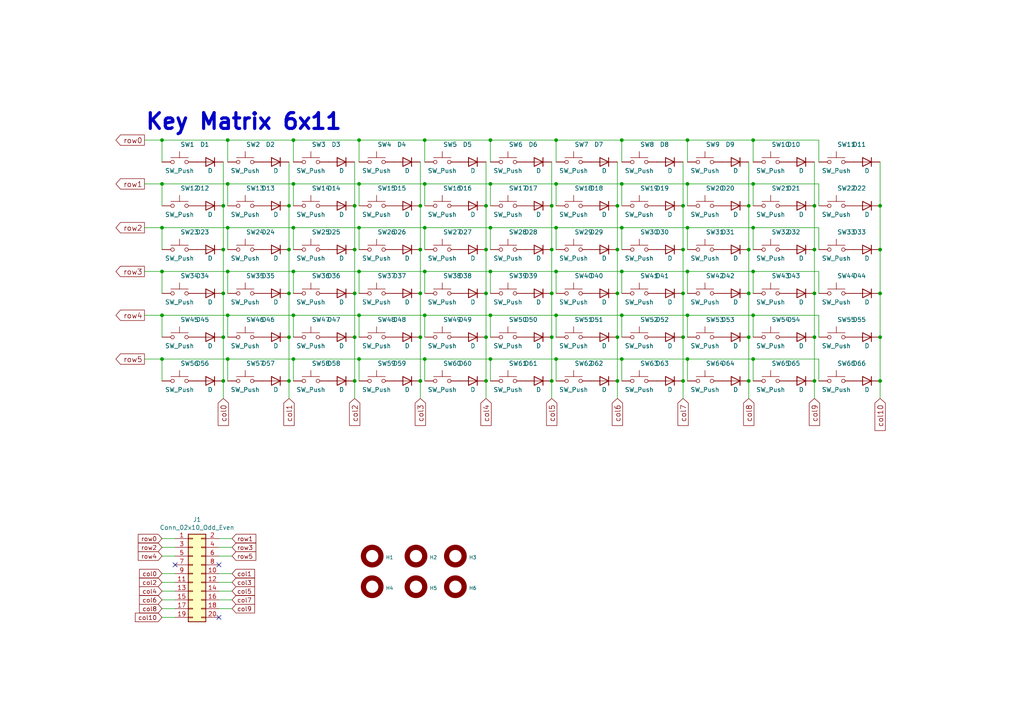
<source format=kicad_sch>
(kicad_sch (version 20211123) (generator eeschema)
  (paper "A4")
  (junction (at 66.04 40.64))
  (junction (at 85.09 78.74))
  (junction (at 46.99 104.14))
  (junction (at 85.09 40.64))
  (junction (at 217.17 110.49))
  (junction (at 123.19 66.04))
  (junction (at 199.39 66.04))
  (junction (at 85.09 53.34))
  (junction (at 160.02 110.49))
  (junction (at 199.39 53.34))
  (junction (at 218.44 66.04))
  (junction (at 102.87 97.79))
  (junction (at 64.77 110.49))
  (junction (at 179.07 97.79))
  (junction (at 121.92 59.69))
  (junction (at 66.04 78.74))
  (junction (at 64.77 85.09))
  (junction (at 198.12 72.39))
  (junction (at 64.77 97.79))
  (junction (at 46.99 53.34))
  (junction (at 121.92 72.39))
  (junction (at 217.17 72.39))
  (junction (at 180.34 53.34))
  (junction (at 255.27 110.49))
  (junction (at 255.27 85.09))
  (junction (at 199.39 40.64))
  (junction (at 85.09 91.44))
  (junction (at 104.14 40.64))
  (junction (at 218.44 104.14))
  (junction (at 121.92 97.79))
  (junction (at 255.27 59.69))
  (junction (at 236.22 110.49))
  (junction (at 142.24 104.14))
  (junction (at 121.92 85.09))
  (junction (at 66.04 66.04))
  (junction (at 85.09 66.04))
  (junction (at 160.02 97.79))
  (junction (at 83.82 97.79))
  (junction (at 64.77 72.39))
  (junction (at 142.24 66.04))
  (junction (at 104.14 104.14))
  (junction (at 66.04 53.34))
  (junction (at 142.24 40.64))
  (junction (at 236.22 85.09))
  (junction (at 83.82 59.69))
  (junction (at 142.24 78.74))
  (junction (at 217.17 59.69))
  (junction (at 83.82 72.39))
  (junction (at 179.07 59.69))
  (junction (at 142.24 53.34))
  (junction (at 161.29 104.14))
  (junction (at 217.17 85.09))
  (junction (at 104.14 53.34))
  (junction (at 160.02 85.09))
  (junction (at 102.87 59.69))
  (junction (at 102.87 85.09))
  (junction (at 198.12 85.09))
  (junction (at 140.97 72.39))
  (junction (at 236.22 97.79))
  (junction (at 140.97 59.69))
  (junction (at 180.34 91.44))
  (junction (at 121.92 110.49))
  (junction (at 161.29 40.64))
  (junction (at 161.29 91.44))
  (junction (at 102.87 72.39))
  (junction (at 123.19 78.74))
  (junction (at 198.12 110.49))
  (junction (at 198.12 97.79))
  (junction (at 199.39 104.14))
  (junction (at 140.97 110.49))
  (junction (at 140.97 85.09))
  (junction (at 180.34 104.14))
  (junction (at 104.14 78.74))
  (junction (at 236.22 59.69))
  (junction (at 218.44 40.64))
  (junction (at 46.99 40.64))
  (junction (at 83.82 85.09))
  (junction (at 46.99 91.44))
  (junction (at 123.19 53.34))
  (junction (at 161.29 78.74))
  (junction (at 66.04 104.14))
  (junction (at 199.39 78.74))
  (junction (at 85.09 104.14))
  (junction (at 179.07 110.49))
  (junction (at 218.44 91.44))
  (junction (at 255.27 97.79))
  (junction (at 123.19 104.14))
  (junction (at 66.04 91.44))
  (junction (at 180.34 78.74))
  (junction (at 46.99 78.74))
  (junction (at 255.27 72.39))
  (junction (at 123.19 40.64))
  (junction (at 140.97 97.79))
  (junction (at 64.77 59.69))
  (junction (at 180.34 66.04))
  (junction (at 179.07 85.09))
  (junction (at 46.99 66.04))
  (junction (at 218.44 53.34))
  (junction (at 217.17 97.79))
  (junction (at 161.29 53.34))
  (junction (at 180.34 40.64))
  (junction (at 160.02 72.39))
  (junction (at 142.24 91.44))
  (junction (at 161.29 66.04))
  (junction (at 160.02 59.69))
  (junction (at 199.39 91.44))
  (junction (at 102.87 110.49))
  (junction (at 104.14 91.44))
  (junction (at 236.22 72.39))
  (junction (at 83.82 110.49))
  (junction (at 104.14 66.04))
  (junction (at 218.44 78.74))
  (junction (at 123.19 91.44))
  (junction (at 198.12 59.69))
  (junction (at 179.07 72.39))
  (no_connect (at 50.8 163.83))
  (no_connect (at 63.5 179.07))
  (no_connect (at 63.5 163.83))
  (wire (pts (xy 237.49 53.34) (xy 237.49 59.69)))
  (wire (pts (xy 142.24 91.44) (xy 161.29 91.44)))
  (wire (pts (xy 46.99 176.53) (xy 50.8 176.53)))
  (wire (pts (xy 104.14 78.74) (xy 104.14 85.09)))
  (wire (pts (xy 104.14 53.34) (xy 104.14 59.69)))
  (wire (pts (xy 64.77 97.79) (xy 64.77 110.49)))
  (wire (pts (xy 140.97 72.39) (xy 140.97 85.09)))
  (wire (pts (xy 102.87 46.99) (xy 102.87 59.69)))
  (wire (pts (xy 123.19 40.64) (xy 123.19 46.99)))
  (wire (pts (xy 46.99 53.34) (xy 66.04 53.34)))
  (wire (pts (xy 104.14 66.04) (xy 104.14 72.39)))
  (wire (pts (xy 161.29 91.44) (xy 180.34 91.44)))
  (wire (pts (xy 123.19 66.04) (xy 142.24 66.04)))
  (wire (pts (xy 199.39 53.34) (xy 218.44 53.34)))
  (wire (pts (xy 217.17 72.39) (xy 217.17 85.09)))
  (wire (pts (xy 198.12 85.09) (xy 198.12 97.79)))
  (wire (pts (xy 85.09 91.44) (xy 104.14 91.44)))
  (wire (pts (xy 85.09 66.04) (xy 104.14 66.04)))
  (wire (pts (xy 104.14 66.04) (xy 123.19 66.04)))
  (wire (pts (xy 161.29 66.04) (xy 161.29 72.39)))
  (wire (pts (xy 198.12 59.69) (xy 198.12 72.39)))
  (wire (pts (xy 102.87 110.49) (xy 102.87 115.57)))
  (wire (pts (xy 85.09 40.64) (xy 85.09 46.99)))
  (wire (pts (xy 218.44 78.74) (xy 237.49 78.74)))
  (wire (pts (xy 46.99 40.64) (xy 46.99 46.99)))
  (wire (pts (xy 46.99 166.37) (xy 50.8 166.37)))
  (wire (pts (xy 41.91 78.74) (xy 46.99 78.74)))
  (wire (pts (xy 66.04 104.14) (xy 66.04 110.49)))
  (wire (pts (xy 46.99 78.74) (xy 66.04 78.74)))
  (wire (pts (xy 46.99 78.74) (xy 46.99 85.09)))
  (wire (pts (xy 179.07 97.79) (xy 179.07 110.49)))
  (wire (pts (xy 83.82 97.79) (xy 83.82 110.49)))
  (wire (pts (xy 142.24 53.34) (xy 161.29 53.34)))
  (wire (pts (xy 85.09 66.04) (xy 85.09 72.39)))
  (wire (pts (xy 199.39 66.04) (xy 199.39 72.39)))
  (wire (pts (xy 63.5 161.29) (xy 67.31 161.29)))
  (wire (pts (xy 46.99 161.29) (xy 50.8 161.29)))
  (wire (pts (xy 140.97 97.79) (xy 140.97 110.49)))
  (wire (pts (xy 123.19 104.14) (xy 123.19 110.49)))
  (wire (pts (xy 160.02 72.39) (xy 160.02 85.09)))
  (wire (pts (xy 160.02 59.69) (xy 160.02 72.39)))
  (wire (pts (xy 66.04 78.74) (xy 85.09 78.74)))
  (wire (pts (xy 236.22 85.09) (xy 236.22 97.79)))
  (wire (pts (xy 121.92 59.69) (xy 121.92 72.39)))
  (wire (pts (xy 142.24 78.74) (xy 161.29 78.74)))
  (wire (pts (xy 142.24 40.64) (xy 142.24 46.99)))
  (wire (pts (xy 237.49 104.14) (xy 237.49 110.49)))
  (wire (pts (xy 46.99 156.21) (xy 50.8 156.21)))
  (wire (pts (xy 64.77 110.49) (xy 64.77 115.57)))
  (wire (pts (xy 199.39 78.74) (xy 199.39 85.09)))
  (wire (pts (xy 218.44 40.64) (xy 237.49 40.64)))
  (wire (pts (xy 123.19 78.74) (xy 142.24 78.74)))
  (wire (pts (xy 161.29 91.44) (xy 161.29 97.79)))
  (wire (pts (xy 66.04 66.04) (xy 85.09 66.04)))
  (wire (pts (xy 160.02 110.49) (xy 160.02 115.57)))
  (wire (pts (xy 142.24 66.04) (xy 161.29 66.04)))
  (wire (pts (xy 63.5 173.99) (xy 67.31 173.99)))
  (wire (pts (xy 199.39 91.44) (xy 199.39 97.79)))
  (wire (pts (xy 161.29 78.74) (xy 161.29 85.09)))
  (wire (pts (xy 198.12 110.49) (xy 198.12 115.57)))
  (wire (pts (xy 198.12 46.99) (xy 198.12 59.69)))
  (wire (pts (xy 218.44 66.04) (xy 218.44 72.39)))
  (wire (pts (xy 237.49 40.64) (xy 237.49 46.99)))
  (wire (pts (xy 63.5 166.37) (xy 67.31 166.37)))
  (wire (pts (xy 142.24 78.74) (xy 142.24 85.09)))
  (wire (pts (xy 236.22 110.49) (xy 236.22 115.57)))
  (wire (pts (xy 83.82 72.39) (xy 83.82 85.09)))
  (wire (pts (xy 218.44 104.14) (xy 218.44 110.49)))
  (wire (pts (xy 46.99 158.75) (xy 50.8 158.75)))
  (wire (pts (xy 46.99 168.91) (xy 50.8 168.91)))
  (wire (pts (xy 237.49 78.74) (xy 237.49 85.09)))
  (wire (pts (xy 66.04 78.74) (xy 66.04 85.09)))
  (wire (pts (xy 161.29 104.14) (xy 161.29 110.49)))
  (wire (pts (xy 104.14 104.14) (xy 123.19 104.14)))
  (wire (pts (xy 218.44 40.64) (xy 218.44 46.99)))
  (wire (pts (xy 46.99 173.99) (xy 50.8 173.99)))
  (wire (pts (xy 64.77 85.09) (xy 64.77 97.79)))
  (wire (pts (xy 236.22 97.79) (xy 236.22 110.49)))
  (wire (pts (xy 41.91 104.14) (xy 46.99 104.14)))
  (wire (pts (xy 41.91 91.44) (xy 46.99 91.44)))
  (wire (pts (xy 255.27 85.09) (xy 255.27 97.79)))
  (wire (pts (xy 142.24 40.64) (xy 161.29 40.64)))
  (wire (pts (xy 41.91 66.04) (xy 46.99 66.04)))
  (wire (pts (xy 140.97 110.49) (xy 140.97 115.57)))
  (wire (pts (xy 64.77 72.39) (xy 64.77 85.09)))
  (wire (pts (xy 123.19 53.34) (xy 123.19 59.69)))
  (wire (pts (xy 104.14 78.74) (xy 123.19 78.74)))
  (wire (pts (xy 123.19 53.34) (xy 142.24 53.34)))
  (wire (pts (xy 180.34 91.44) (xy 199.39 91.44)))
  (wire (pts (xy 142.24 53.34) (xy 142.24 59.69)))
  (wire (pts (xy 83.82 85.09) (xy 83.82 97.79)))
  (wire (pts (xy 66.04 40.64) (xy 66.04 46.99)))
  (wire (pts (xy 161.29 53.34) (xy 180.34 53.34)))
  (wire (pts (xy 218.44 104.14) (xy 237.49 104.14)))
  (wire (pts (xy 104.14 40.64) (xy 123.19 40.64)))
  (wire (pts (xy 218.44 78.74) (xy 218.44 85.09)))
  (wire (pts (xy 218.44 91.44) (xy 218.44 97.79)))
  (wire (pts (xy 64.77 59.69) (xy 64.77 72.39)))
  (wire (pts (xy 255.27 97.79) (xy 255.27 110.49)))
  (wire (pts (xy 104.14 91.44) (xy 123.19 91.44)))
  (wire (pts (xy 237.49 66.04) (xy 237.49 72.39)))
  (wire (pts (xy 180.34 40.64) (xy 180.34 46.99)))
  (wire (pts (xy 218.44 53.34) (xy 237.49 53.34)))
  (wire (pts (xy 180.34 78.74) (xy 180.34 85.09)))
  (wire (pts (xy 218.44 66.04) (xy 237.49 66.04)))
  (wire (pts (xy 218.44 53.34) (xy 218.44 59.69)))
  (wire (pts (xy 123.19 91.44) (xy 142.24 91.44)))
  (wire (pts (xy 161.29 104.14) (xy 180.34 104.14)))
  (wire (pts (xy 199.39 104.14) (xy 218.44 104.14)))
  (wire (pts (xy 46.99 104.14) (xy 46.99 110.49)))
  (wire (pts (xy 46.99 104.14) (xy 66.04 104.14)))
  (wire (pts (xy 66.04 53.34) (xy 66.04 59.69)))
  (wire (pts (xy 102.87 85.09) (xy 102.87 97.79)))
  (wire (pts (xy 142.24 66.04) (xy 142.24 72.39)))
  (wire (pts (xy 85.09 53.34) (xy 85.09 59.69)))
  (wire (pts (xy 140.97 46.99) (xy 140.97 59.69)))
  (wire (pts (xy 121.92 97.79) (xy 121.92 110.49)))
  (wire (pts (xy 236.22 46.99) (xy 236.22 59.69)))
  (wire (pts (xy 180.34 104.14) (xy 180.34 110.49)))
  (wire (pts (xy 123.19 66.04) (xy 123.19 72.39)))
  (wire (pts (xy 46.99 40.64) (xy 66.04 40.64)))
  (wire (pts (xy 140.97 85.09) (xy 140.97 97.79)))
  (wire (pts (xy 217.17 85.09) (xy 217.17 97.79)))
  (wire (pts (xy 66.04 104.14) (xy 85.09 104.14)))
  (wire (pts (xy 217.17 59.69) (xy 217.17 72.39)))
  (wire (pts (xy 180.34 66.04) (xy 180.34 72.39)))
  (wire (pts (xy 63.5 171.45) (xy 67.31 171.45)))
  (wire (pts (xy 217.17 97.79) (xy 217.17 110.49)))
  (wire (pts (xy 102.87 97.79) (xy 102.87 110.49)))
  (wire (pts (xy 142.24 104.14) (xy 142.24 110.49)))
  (wire (pts (xy 66.04 40.64) (xy 85.09 40.64)))
  (wire (pts (xy 66.04 91.44) (xy 85.09 91.44)))
  (wire (pts (xy 121.92 72.39) (xy 121.92 85.09)))
  (wire (pts (xy 160.02 97.79) (xy 160.02 110.49)))
  (wire (pts (xy 85.09 53.34) (xy 104.14 53.34)))
  (wire (pts (xy 64.77 46.99) (xy 64.77 59.69)))
  (wire (pts (xy 63.5 158.75) (xy 67.31 158.75)))
  (wire (pts (xy 255.27 46.99) (xy 255.27 59.69)))
  (wire (pts (xy 63.5 156.21) (xy 67.31 156.21)))
  (wire (pts (xy 63.5 168.91) (xy 67.31 168.91)))
  (wire (pts (xy 180.34 78.74) (xy 199.39 78.74)))
  (wire (pts (xy 236.22 59.69) (xy 236.22 72.39)))
  (wire (pts (xy 255.27 110.49) (xy 255.27 115.57)))
  (wire (pts (xy 83.82 110.49) (xy 83.82 115.57)))
  (wire (pts (xy 121.92 110.49) (xy 121.92 115.57)))
  (wire (pts (xy 83.82 59.69) (xy 83.82 72.39)))
  (wire (pts (xy 140.97 59.69) (xy 140.97 72.39)))
  (wire (pts (xy 46.99 91.44) (xy 46.99 97.79)))
  (wire (pts (xy 85.09 91.44) (xy 85.09 97.79)))
  (wire (pts (xy 123.19 40.64) (xy 142.24 40.64)))
  (wire (pts (xy 236.22 72.39) (xy 236.22 85.09)))
  (wire (pts (xy 217.17 110.49) (xy 217.17 115.57)))
  (wire (pts (xy 179.07 110.49) (xy 179.07 115.57)))
  (wire (pts (xy 46.99 171.45) (xy 50.8 171.45)))
  (wire (pts (xy 198.12 97.79) (xy 198.12 110.49)))
  (wire (pts (xy 161.29 53.34) (xy 161.29 59.69)))
  (wire (pts (xy 161.29 66.04) (xy 180.34 66.04)))
  (wire (pts (xy 66.04 91.44) (xy 66.04 97.79)))
  (wire (pts (xy 66.04 66.04) (xy 66.04 72.39)))
  (wire (pts (xy 180.34 53.34) (xy 199.39 53.34)))
  (wire (pts (xy 121.92 85.09) (xy 121.92 97.79)))
  (wire (pts (xy 161.29 40.64) (xy 161.29 46.99)))
  (wire (pts (xy 179.07 85.09) (xy 179.07 97.79)))
  (wire (pts (xy 160.02 85.09) (xy 160.02 97.79)))
  (wire (pts (xy 123.19 91.44) (xy 123.19 97.79)))
  (wire (pts (xy 199.39 78.74) (xy 218.44 78.74)))
  (wire (pts (xy 180.34 40.64) (xy 199.39 40.64)))
  (wire (pts (xy 41.91 53.34) (xy 46.99 53.34)))
  (wire (pts (xy 217.17 46.99) (xy 217.17 59.69)))
  (wire (pts (xy 218.44 91.44) (xy 237.49 91.44)))
  (wire (pts (xy 85.09 78.74) (xy 85.09 85.09)))
  (wire (pts (xy 142.24 104.14) (xy 161.29 104.14)))
  (wire (pts (xy 199.39 40.64) (xy 218.44 40.64)))
  (wire (pts (xy 46.99 53.34) (xy 46.99 59.69)))
  (wire (pts (xy 85.09 40.64) (xy 104.14 40.64)))
  (wire (pts (xy 255.27 59.69) (xy 255.27 72.39)))
  (wire (pts (xy 85.09 104.14) (xy 85.09 110.49)))
  (wire (pts (xy 199.39 104.14) (xy 199.39 110.49)))
  (wire (pts (xy 46.99 91.44) (xy 66.04 91.44)))
  (wire (pts (xy 50.8 179.07) (xy 46.99 179.07)))
  (wire (pts (xy 104.14 104.14) (xy 104.14 110.49)))
  (wire (pts (xy 161.29 40.64) (xy 180.34 40.64)))
  (wire (pts (xy 179.07 72.39) (xy 179.07 85.09)))
  (wire (pts (xy 180.34 91.44) (xy 180.34 97.79)))
  (wire (pts (xy 255.27 72.39) (xy 255.27 85.09)))
  (wire (pts (xy 180.34 53.34) (xy 180.34 59.69)))
  (wire (pts (xy 85.09 104.14) (xy 104.14 104.14)))
  (wire (pts (xy 123.19 104.14) (xy 142.24 104.14)))
  (wire (pts (xy 46.99 66.04) (xy 46.99 72.39)))
  (wire (pts (xy 123.19 78.74) (xy 123.19 85.09)))
  (wire (pts (xy 142.24 91.44) (xy 142.24 97.79)))
  (wire (pts (xy 237.49 91.44) (xy 237.49 97.79)))
  (wire (pts (xy 83.82 46.99) (xy 83.82 59.69)))
  (wire (pts (xy 199.39 91.44) (xy 218.44 91.44)))
  (wire (pts (xy 46.99 66.04) (xy 66.04 66.04)))
  (wire (pts (xy 63.5 176.53) (xy 67.31 176.53)))
  (wire (pts (xy 66.04 53.34) (xy 85.09 53.34)))
  (wire (pts (xy 104.14 40.64) (xy 104.14 46.99)))
  (wire (pts (xy 179.07 46.99) (xy 179.07 59.69)))
  (wire (pts (xy 199.39 40.64) (xy 199.39 46.99)))
  (wire (pts (xy 160.02 46.99) (xy 160.02 59.69)))
  (wire (pts (xy 102.87 72.39) (xy 102.87 85.09)))
  (wire (pts (xy 121.92 46.99) (xy 121.92 59.69)))
  (wire (pts (xy 85.09 78.74) (xy 104.14 78.74)))
  (wire (pts (xy 199.39 66.04) (xy 218.44 66.04)))
  (wire (pts (xy 180.34 104.14) (xy 199.39 104.14)))
  (wire (pts (xy 198.12 72.39) (xy 198.12 85.09)))
  (wire (pts (xy 179.07 59.69) (xy 179.07 72.39)))
  (wire (pts (xy 180.34 66.04) (xy 199.39 66.04)))
  (wire (pts (xy 41.91 40.64) (xy 46.99 40.64)))
  (wire (pts (xy 102.87 59.69) (xy 102.87 72.39)))
  (wire (pts (xy 104.14 53.34) (xy 123.19 53.34)))
  (wire (pts (xy 161.29 78.74) (xy 180.34 78.74)))
  (wire (pts (xy 104.14 91.44) (xy 104.14 97.79)))
  (wire (pts (xy 199.39 53.34) (xy 199.39 59.69)))
  (text "Key Matrix 6x11" (at 41.91 38.1 0) (effects (font (size 4.572 4.572) (thickness 0.9144) bold) (justify left bottom)))
  (global_label "row0" (shape output) (at 41.91 40.64 180) (effects (font (size 1.524 1.524))) (property "Intersheetrefs" "${INTERSHEET_REFS}" (effects hide)))
  (global_label "row4" (shape input) (at 46.99 161.29 180) (property "Intersheetrefs" "${INTERSHEET_REFS}" (effects hide)))
  (global_label "row4" (shape output) (at 41.91 91.44 180) (effects (font (size 1.524 1.524))) (property "Intersheetrefs" "${INTERSHEET_REFS}" (effects hide)))
  (global_label "col10" (shape input) (at 46.99 179.07 180) (property "Intersheetrefs" "${INTERSHEET_REFS}" (effects hide)))
  (global_label "row5" (shape output) (at 41.91 104.14 180) (effects (font (size 1.524 1.524))) (property "Intersheetrefs" "${INTERSHEET_REFS}" (effects hide)))
  (global_label "col4" (shape input) (at 46.99 171.45 180) (property "Intersheetrefs" "${INTERSHEET_REFS}" (effects hide)))
  (global_label "col7" (shape input) (at 67.31 173.99 0) (property "Intersheetrefs" "${INTERSHEET_REFS}" (effects hide)))
  (global_label "col2" (shape input) (at 102.87 115.57 270) (effects (font (size 1.524 1.524))) (property "Intersheetrefs" "${INTERSHEET_REFS}" (effects hide)))
  (global_label "row3" (shape input) (at 67.31 158.75 0) (property "Intersheetrefs" "${INTERSHEET_REFS}" (effects hide)))
  (global_label "col6" (shape input) (at 46.99 173.99 180) (property "Intersheetrefs" "${INTERSHEET_REFS}" (effects hide)))
  (global_label "col0" (shape input) (at 46.99 166.37 180) (property "Intersheetrefs" "${INTERSHEET_REFS}" (effects hide)))
  (global_label "col1" (shape input) (at 67.31 166.37 0) (property "Intersheetrefs" "${INTERSHEET_REFS}" (effects hide)))
  (global_label "col3" (shape input) (at 67.31 168.91 0) (property "Intersheetrefs" "${INTERSHEET_REFS}" (effects hide)))
  (global_label "col8" (shape input) (at 46.99 176.53 180) (property "Intersheetrefs" "${INTERSHEET_REFS}" (effects hide)))
  (global_label "row2" (shape input) (at 46.99 158.75 180) (property "Intersheetrefs" "${INTERSHEET_REFS}" (effects hide)))
  (global_label "col1" (shape input) (at 83.82 115.57 270) (effects (font (size 1.524 1.524))) (property "Intersheetrefs" "${INTERSHEET_REFS}" (effects hide)))
  (global_label "row2" (shape output) (at 41.91 66.04 180) (effects (font (size 1.524 1.524))) (property "Intersheetrefs" "${INTERSHEET_REFS}" (effects hide)))
  (global_label "col9" (shape input) (at 67.31 176.53 0) (property "Intersheetrefs" "${INTERSHEET_REFS}" (effects hide)))
  (global_label "row1" (shape input) (at 67.31 156.21 0) (property "Intersheetrefs" "${INTERSHEET_REFS}" (effects hide)))
  (global_label "col2" (shape input) (at 46.99 168.91 180) (property "Intersheetrefs" "${INTERSHEET_REFS}" (effects hide)))
  (global_label "col8" (shape input) (at 217.17 115.57 270) (effects (font (size 1.524 1.524))) (property "Intersheetrefs" "${INTERSHEET_REFS}" (effects hide)))
  (global_label "col5" (shape input) (at 67.31 171.45 0) (property "Intersheetrefs" "${INTERSHEET_REFS}" (effects hide)))
  (global_label "col5" (shape input) (at 160.02 115.57 270) (effects (font (size 1.524 1.524))) (property "Intersheetrefs" "${INTERSHEET_REFS}" (effects hide)))
  (global_label "row0" (shape input) (at 46.99 156.21 180) (property "Intersheetrefs" "${INTERSHEET_REFS}" (effects hide)))
  (global_label "col9" (shape input) (at 236.22 115.57 270) (effects (font (size 1.524 1.524))) (property "Intersheetrefs" "${INTERSHEET_REFS}" (effects hide)))
  (global_label "col3" (shape input) (at 121.92 115.57 270) (effects (font (size 1.524 1.524))) (property "Intersheetrefs" "${INTERSHEET_REFS}" (effects hide)))
  (global_label "col6" (shape input) (at 179.07 115.57 270) (effects (font (size 1.524 1.524))) (property "Intersheetrefs" "${INTERSHEET_REFS}" (effects hide)))
  (global_label "col7" (shape input) (at 198.12 115.57 270) (effects (font (size 1.524 1.524))) (property "Intersheetrefs" "${INTERSHEET_REFS}" (effects hide)))
  (global_label "row3" (shape output) (at 41.91 78.74 180) (effects (font (size 1.524 1.524))) (property "Intersheetrefs" "${INTERSHEET_REFS}" (effects hide)))
  (global_label "col4" (shape input) (at 140.97 115.57 270) (effects (font (size 1.524 1.524))) (property "Intersheetrefs" "${INTERSHEET_REFS}" (effects hide)))
  (global_label "col0" (shape input) (at 64.77 115.57 270) (effects (font (size 1.524 1.524))) (property "Intersheetrefs" "${INTERSHEET_REFS}" (effects hide)))
  (global_label "row5" (shape input) (at 67.31 161.29 0) (property "Intersheetrefs" "${INTERSHEET_REFS}" (effects hide)))
  (global_label "row1" (shape output) (at 41.91 53.34 180) (effects (font (size 1.524 1.524))) (property "Intersheetrefs" "${INTERSHEET_REFS}" (effects hide)))
  (global_label "col10" (shape input) (at 255.27 115.57 270) (effects (font (size 1.524 1.524))) (property "Intersheetrefs" "${INTERSHEET_REFS}" (effects hide)))
  (symbol (lib_id "dresco:SW_Push") (at 52.07 46.99 0) (unit 1)
    (property "Reference" "SW1" (at 52.324 41.91 0) (effects (justify left)))
    (property "Value" "SW_Push" (at 52.07 49.53 0))
    (property "Footprint" "dresco:SW_PUSH_12MM" (effects hide))
  )
  (symbol (lib_id "dresco:D") (at 60.96 46.99 0) (mirror y) (unit 1)
    (property "Reference" "D1" (at 60.706 41.91 0) (effects (justify left)))
    (property "Value" "D" (at 60.96 49.53 0))
    (property "Footprint" "dresco:D_SOD-323" (effects hide))
  )
  (symbol (lib_id "dresco:SW_Push") (at 71.12 46.99 0) (unit 1)
    (property "Reference" "SW2" (at 71.374 41.91 0) (effects (justify left)))
    (property "Value" "SW_Push" (at 71.12 49.53 0))
    (property "Footprint" "dresco:SW_PUSH_12MM" (effects hide))
  )
  (symbol (lib_id "dresco:D") (at 80.01 46.99 0) (mirror y) (unit 1)
    (property "Reference" "D2" (at 79.756 41.91 0) (effects (justify left)))
    (property "Value" "D" (at 80.01 49.53 0))
    (property "Footprint" "dresco:D_SOD-323" (effects hide))
  )
  (symbol (lib_id "dresco:SW_Push") (at 90.17 46.99 0) (unit 1)
    (property "Reference" "SW3" (at 90.424 41.91 0) (effects (justify left)))
    (property "Value" "SW_Push" (at 90.17 49.53 0))
    (property "Footprint" "dresco:SW_PUSH_12MM" (effects hide))
  )
  (symbol (lib_id "dresco:D") (at 99.06 46.99 0) (mirror y) (unit 1)
    (property "Reference" "D3" (at 98.806 41.91 0) (effects (justify left)))
    (property "Value" "D" (at 99.06 49.53 0))
    (property "Footprint" "dresco:D_SOD-323" (effects hide))
  )
  (symbol (lib_id "dresco:SW_Push") (at 109.22 46.99 0) (unit 1)
    (property "Reference" "SW4" (at 109.474 41.91 0) (effects (justify left)))
    (property "Value" "SW_Push" (at 109.22 49.53 0))
    (property "Footprint" "dresco:SW_PUSH_12MM" (effects hide))
  )
  (symbol (lib_id "dresco:D") (at 118.11 46.99 0) (mirror y) (unit 1)
    (property "Reference" "D4" (at 117.856 41.91 0) (effects (justify left)))
    (property "Value" "D" (at 118.11 49.53 0))
    (property "Footprint" "dresco:D_SOD-323" (effects hide))
  )
  (symbol (lib_id "dresco:SW_Push") (at 128.27 46.99 0) (unit 1)
    (property "Reference" "SW5" (at 128.524 41.91 0) (effects (justify left)))
    (property "Value" "SW_Push" (at 128.27 49.53 0))
    (property "Footprint" "dresco:SW_PUSH_12MM" (effects hide))
  )
  (symbol (lib_id "dresco:D") (at 137.16 46.99 0) (mirror y) (unit 1)
    (property "Reference" "D5" (at 136.906 41.91 0) (effects (justify left)))
    (property "Value" "D" (at 137.16 49.53 0))
    (property "Footprint" "dresco:D_SOD-323" (effects hide))
  )
  (symbol (lib_id "dresco:SW_Push") (at 147.32 46.99 0) (unit 1)
    (property "Reference" "SW6" (at 147.574 41.91 0) (effects (justify left)))
    (property "Value" "SW_Push" (at 147.32 49.53 0))
    (property "Footprint" "dresco:SW_PUSH_12MM" (effects hide))
  )
  (symbol (lib_id "dresco:D") (at 156.21 46.99 0) (mirror y) (unit 1)
    (property "Reference" "D6" (at 155.956 41.91 0) (effects (justify left)))
    (property "Value" "D" (at 156.21 49.53 0))
    (property "Footprint" "dresco:D_SOD-323" (effects hide))
  )
  (symbol (lib_id "dresco:SW_Push") (at 166.37 46.99 0) (unit 1)
    (property "Reference" "SW7" (at 166.624 41.91 0) (effects (justify left)))
    (property "Value" "SW_Push" (at 166.37 49.53 0))
    (property "Footprint" "dresco:SW_PUSH_12MM" (effects hide))
  )
  (symbol (lib_id "dresco:D") (at 175.26 46.99 0) (mirror y) (unit 1)
    (property "Reference" "D7" (at 175.006 41.91 0) (effects (justify left)))
    (property "Value" "D" (at 175.26 49.53 0))
    (property "Footprint" "dresco:D_SOD-323" (effects hide))
  )
  (symbol (lib_id "dresco:SW_Push") (at 185.42 46.99 0) (unit 1)
    (property "Reference" "SW8" (at 185.674 41.91 0) (effects (justify left)))
    (property "Value" "SW_Push" (at 185.42 49.53 0))
    (property "Footprint" "dresco:SW_PUSH_12MM" (effects hide))
  )
  (symbol (lib_id "dresco:D") (at 194.31 46.99 0) (mirror y) (unit 1)
    (property "Reference" "D8" (at 194.056 41.91 0) (effects (justify left)))
    (property "Value" "D" (at 194.31 49.53 0))
    (property "Footprint" "dresco:D_SOD-323" (effects hide))
  )
  (symbol (lib_id "dresco:SW_Push") (at 204.47 46.99 0) (unit 1)
    (property "Reference" "SW9" (at 204.724 41.91 0) (effects (justify left)))
    (property "Value" "SW_Push" (at 204.47 49.53 0))
    (property "Footprint" "dresco:SW_PUSH_12MM" (effects hide))
  )
  (symbol (lib_id "dresco:D") (at 213.36 46.99 0) (mirror y) (unit 1)
    (property "Reference" "D9" (at 213.106 41.91 0) (effects (justify left)))
    (property "Value" "D" (at 213.36 49.53 0))
    (property "Footprint" "dresco:D_SOD-323" (effects hide))
  )
  (symbol (lib_id "dresco:SW_Push") (at 223.52 46.99 0) (unit 1)
    (property "Reference" "SW10" (at 223.774 41.91 0) (effects (justify left)))
    (property "Value" "SW_Push" (at 223.52 49.53 0))
    (property "Footprint" "dresco:SW_PUSH_12MM" (effects hide))
  )
  (symbol (lib_id "dresco:D") (at 232.41 46.99 0) (mirror y) (unit 1)
    (property "Reference" "D10" (at 232.156 41.91 0) (effects (justify left)))
    (property "Value" "D" (at 232.41 49.53 0))
    (property "Footprint" "dresco:D_SOD-323" (effects hide))
  )
  (symbol (lib_id "dresco:SW_Push") (at 242.57 46.99 0) (unit 1)
    (property "Reference" "SW11" (at 242.824 41.91 0) (effects (justify left)))
    (property "Value" "SW_Push" (at 242.57 49.53 0))
    (property "Footprint" "dresco:SCREW_TERMINAL_3.5MM_X2" (effects hide))
  )
  (symbol (lib_id "dresco:D") (at 251.46 46.99 0) (mirror y) (unit 1)
    (property "Reference" "D11" (at 251.206 41.91 0) (effects (justify left)))
    (property "Value" "D" (at 251.46 49.53 0))
    (property "Footprint" "dresco:D_SOD-323" (effects hide))
  )
  (symbol (lib_id "dresco:SW_Push") (at 52.07 59.69 0) (unit 1)
    (property "Reference" "SW12" (at 52.324 54.61 0) (effects (justify left)))
    (property "Value" "SW_Push" (at 52.07 62.23 0))
    (property "Footprint" "dresco:SW_PUSH_12MM" (effects hide))
  )
  (symbol (lib_id "dresco:D") (at 60.96 59.69 0) (mirror y) (unit 1)
    (property "Reference" "D12" (at 60.706 54.61 0) (effects (justify left)))
    (property "Value" "D" (at 60.96 62.23 0))
    (property "Footprint" "dresco:D_SOD-323" (effects hide))
  )
  (symbol (lib_id "dresco:SW_Push") (at 71.12 59.69 0) (unit 1)
    (property "Reference" "SW13" (at 71.374 54.61 0) (effects (justify left)))
    (property "Value" "SW_Push" (at 71.12 62.23 0))
    (property "Footprint" "dresco:SW_PUSH_12MM" (effects hide))
  )
  (symbol (lib_id "dresco:D") (at 80.01 59.69 0) (mirror y) (unit 1)
    (property "Reference" "D13" (at 79.756 54.61 0) (effects (justify left)))
    (property "Value" "D" (at 80.01 62.23 0))
    (property "Footprint" "dresco:D_SOD-323" (effects hide))
  )
  (symbol (lib_id "dresco:SW_Push") (at 90.17 59.69 0) (unit 1)
    (property "Reference" "SW14" (at 90.424 54.61 0) (effects (justify left)))
    (property "Value" "SW_Push" (at 90.17 62.23 0))
    (property "Footprint" "dresco:SW_PUSH_12MM" (effects hide))
  )
  (symbol (lib_id "dresco:D") (at 99.06 59.69 0) (mirror y) (unit 1)
    (property "Reference" "D14" (at 98.806 54.61 0) (effects (justify left)))
    (property "Value" "D" (at 99.06 62.23 0))
    (property "Footprint" "dresco:D_SOD-323" (effects hide))
  )
  (symbol (lib_id "dresco:SW_Push") (at 109.22 59.69 0) (unit 1)
    (property "Reference" "SW15" (at 109.474 54.61 0) (effects (justify left)))
    (property "Value" "SW_Push" (at 109.22 62.23 0))
    (property "Footprint" "dresco:SW_PUSH_12MM" (effects hide))
  )
  (symbol (lib_id "dresco:D") (at 118.11 59.69 0) (mirror y) (unit 1)
    (property "Reference" "D15" (at 117.856 54.61 0) (effects (justify left)))
    (property "Value" "D" (at 118.11 62.23 0))
    (property "Footprint" "dresco:D_SOD-323" (effects hide))
  )
  (symbol (lib_id "dresco:SW_Push") (at 128.27 59.69 0) (unit 1)
    (property "Reference" "SW16" (at 128.524 54.61 0) (effects (justify left)))
    (property "Value" "SW_Push" (at 128.27 62.23 0))
    (property "Footprint" "dresco:SW_PUSH_12MM" (effects hide))
  )
  (symbol (lib_id "dresco:D") (at 137.16 59.69 0) (mirror y) (unit 1)
    (property "Reference" "D16" (at 136.906 54.61 0) (effects (justify left)))
    (property "Value" "D" (at 137.16 62.23 0))
    (property "Footprint" "dresco:D_SOD-323" (effects hide))
  )
  (symbol (lib_id "dresco:SW_Push") (at 147.32 59.69 0) (unit 1)
    (property "Reference" "SW17" (at 147.574 54.61 0) (effects (justify left)))
    (property "Value" "SW_Push" (at 147.32 62.23 0))
    (property "Footprint" "dresco:SW_PUSH_12MM" (effects hide))
  )
  (symbol (lib_id "dresco:D") (at 156.21 59.69 0) (mirror y) (unit 1)
    (property "Reference" "D17" (at 155.956 54.61 0) (effects (justify left)))
    (property "Value" "D" (at 156.21 62.23 0))
    (property "Footprint" "dresco:D_SOD-323" (effects hide))
  )
  (symbol (lib_id "dresco:SW_Push") (at 166.37 59.69 0) (unit 1)
    (property "Reference" "SW18" (at 166.624 54.61 0) (effects (justify left)))
    (property "Value" "SW_Push" (at 166.37 62.23 0))
    (property "Footprint" "dresco:SW_PUSH_12MM" (effects hide))
  )
  (symbol (lib_id "dresco:D") (at 175.26 59.69 0) (mirror y) (unit 1)
    (property "Reference" "D18" (at 175.006 54.61 0) (effects (justify left)))
    (property "Value" "D" (at 175.26 62.23 0))
    (property "Footprint" "dresco:D_SOD-323" (effects hide))
  )
  (symbol (lib_id "dresco:SW_Push") (at 185.42 59.69 0) (unit 1)
    (property "Reference" "SW19" (at 185.674 54.61 0) (effects (justify left)))
    (property "Value" "SW_Push" (at 185.42 62.23 0))
    (property "Footprint" "dresco:SW_PUSH_12MM" (effects hide))
  )
  (symbol (lib_id "dresco:D") (at 194.31 59.69 0) (mirror y) (unit 1)
    (property "Reference" "D19" (at 194.056 54.61 0) (effects (justify left)))
    (property "Value" "D" (at 194.31 62.23 0))
    (property "Footprint" "dresco:D_SOD-323" (effects hide))
  )
  (symbol (lib_id "dresco:SW_Push") (at 204.47 59.69 0) (unit 1)
    (property "Reference" "SW20" (at 204.724 54.61 0) (effects (justify left)))
    (property "Value" "SW_Push" (at 204.47 62.23 0))
    (property "Footprint" "dresco:SW_PUSH_12MM" (effects hide))
  )
  (symbol (lib_id "dresco:D") (at 213.36 59.69 0) (mirror y) (unit 1)
    (property "Reference" "D20" (at 213.106 54.61 0) (effects (justify left)))
    (property "Value" "D" (at 213.36 62.23 0))
    (property "Footprint" "dresco:D_SOD-323" (effects hide))
  )
  (symbol (lib_id "dresco:SW_Push") (at 223.52 59.69 0) (unit 1)
    (property "Reference" "SW21" (at 223.774 54.61 0) (effects (justify left)))
    (property "Value" "SW_Push" (at 223.52 62.23 0))
    (property "Footprint" "dresco:SW_PUSH_12MM" (effects hide))
  )
  (symbol (lib_id "dresco:D") (at 232.41 59.69 0) (mirror y) (unit 1)
    (property "Reference" "D21" (at 232.156 54.61 0) (effects (justify left)))
    (property "Value" "D" (at 232.41 62.23 0))
    (property "Footprint" "dresco:D_SOD-323" (effects hide))
  )
  (symbol (lib_id "dresco:SW_Push") (at 242.57 59.69 0) (unit 1)
    (property "Reference" "SW22" (at 242.824 54.61 0) (effects (justify left)))
    (property "Value" "SW_Push" (at 242.57 62.23 0))
    (property "Footprint" "dresco:SCREW_TERMINAL_3.5MM_X2" (effects hide))
  )
  (symbol (lib_id "dresco:D") (at 251.46 59.69 0) (mirror y) (unit 1)
    (property "Reference" "D22" (at 251.206 54.61 0) (effects (justify left)))
    (property "Value" "D" (at 251.46 62.23 0))
    (property "Footprint" "dresco:D_SOD-323" (effects hide))
  )
  (symbol (lib_id "dresco:SW_Push") (at 52.07 72.39 0) (unit 1)
    (property "Reference" "SW23" (at 52.324 67.31 0) (effects (justify left)))
    (property "Value" "SW_Push" (at 52.07 74.93 0))
    (property "Footprint" "dresco:SW_PUSH_12MM" (effects hide))
  )
  (symbol (lib_id "dresco:D") (at 60.96 72.39 0) (mirror y) (unit 1)
    (property "Reference" "D23" (at 60.706 67.31 0) (effects (justify left)))
    (property "Value" "D" (at 60.96 74.93 0))
    (property "Footprint" "dresco:D_SOD-323" (effects hide))
  )
  (symbol (lib_id "dresco:SW_Push") (at 71.12 72.39 0) (unit 1)
    (property "Reference" "SW24" (at 71.374 67.31 0) (effects (justify left)))
    (property "Value" "SW_Push" (at 71.12 74.93 0))
    (property "Footprint" "dresco:SW_PUSH_12MM" (effects hide))
  )
  (symbol (lib_id "dresco:D") (at 80.01 72.39 0) (mirror y) (unit 1)
    (property "Reference" "D24" (at 79.756 67.31 0) (effects (justify left)))
    (property "Value" "D" (at 80.01 74.93 0))
    (property "Footprint" "dresco:D_SOD-323" (effects hide))
  )
  (symbol (lib_id "dresco:SW_Push") (at 90.17 72.39 0) (unit 1)
    (property "Reference" "SW25" (at 90.424 67.31 0) (effects (justify left)))
    (property "Value" "SW_Push" (at 90.17 74.93 0))
    (property "Footprint" "dresco:SW_PUSH_12MM" (effects hide))
  )
  (symbol (lib_id "dresco:D") (at 99.06 72.39 0) (mirror y) (unit 1)
    (property "Reference" "D25" (at 98.806 67.31 0) (effects (justify left)))
    (property "Value" "D" (at 99.06 74.93 0))
    (property "Footprint" "dresco:D_SOD-323" (effects hide))
  )
  (symbol (lib_id "dresco:SW_Push") (at 109.22 72.39 0) (unit 1)
    (property "Reference" "SW26" (at 109.474 67.31 0) (effects (justify left)))
    (property "Value" "SW_Push" (at 109.22 74.93 0))
    (property "Footprint" "dresco:SW_PUSH_12MM" (effects hide))
  )
  (symbol (lib_id "dresco:D") (at 118.11 72.39 0) (mirror y) (unit 1)
    (property "Reference" "D26" (at 117.856 67.31 0) (effects (justify left)))
    (property "Value" "D" (at 118.11 74.93 0))
    (property "Footprint" "dresco:D_SOD-323" (effects hide))
  )
  (symbol (lib_id "dresco:SW_Push") (at 128.27 72.39 0) (unit 1)
    (property "Reference" "SW27" (at 128.524 67.31 0) (effects (justify left)))
    (property "Value" "SW_Push" (at 128.27 74.93 0))
    (property "Footprint" "dresco:SW_PUSH_12MM" (effects hide))
  )
  (symbol (lib_id "dresco:D") (at 137.16 72.39 0) (mirror y) (unit 1)
    (property "Reference" "D27" (at 136.906 67.31 0) (effects (justify left)))
    (property "Value" "D" (at 137.16 74.93 0))
    (property "Footprint" "dresco:D_SOD-323" (effects hide))
  )
  (symbol (lib_id "dresco:SW_Push") (at 147.32 72.39 0) (unit 1)
    (property "Reference" "SW28" (at 147.574 67.31 0) (effects (justify left)))
    (property "Value" "SW_Push" (at 147.32 74.93 0))
    (property "Footprint" "dresco:SW_PUSH_12MM" (effects hide))
  )
  (symbol (lib_id "dresco:D") (at 156.21 72.39 0) (mirror y) (unit 1)
    (property "Reference" "D28" (at 155.956 67.31 0) (effects (justify left)))
    (property "Value" "D" (at 156.21 74.93 0))
    (property "Footprint" "dresco:D_SOD-323" (effects hide))
  )
  (symbol (lib_id "dresco:SW_Push") (at 166.37 72.39 0) (unit 1)
    (property "Reference" "SW29" (at 166.624 67.31 0) (effects (justify left)))
    (property "Value" "SW_Push" (at 166.37 74.93 0))
    (property "Footprint" "dresco:SW_PUSH_12MM" (effects hide))
  )
  (symbol (lib_id "dresco:D") (at 175.26 72.39 0) (mirror y) (unit 1)
    (property "Reference" "D29" (at 175.006 67.31 0) (effects (justify left)))
    (property "Value" "D" (at 175.26 74.93 0))
    (property "Footprint" "dresco:D_SOD-323" (effects hide))
  )
  (symbol (lib_id "dresco:SW_Push") (at 185.42 72.39 0) (unit 1)
    (property "Reference" "SW30" (at 185.674 67.31 0) (effects (justify left)))
    (property "Value" "SW_Push" (at 185.42 74.93 0))
    (property "Footprint" "dresco:SW_PUSH_12MM" (effects hide))
  )
  (symbol (lib_id "dresco:D") (at 194.31 72.39 0) (mirror y) (unit 1)
    (property "Reference" "D30" (at 194.056 67.31 0) (effects (justify left)))
    (property "Value" "D" (at 194.31 74.93 0))
    (property "Footprint" "dresco:D_SOD-323" (effects hide))
  )
  (symbol (lib_id "dresco:SW_Push") (at 204.47 72.39 0) (unit 1)
    (property "Reference" "SW31" (at 204.724 67.31 0) (effects (justify left)))
    (property "Value" "SW_Push" (at 204.47 74.93 0))
    (property "Footprint" "dresco:SW_PUSH_12MM" (effects hide))
  )
  (symbol (lib_id "dresco:D") (at 213.36 72.39 0) (mirror y) (unit 1)
    (property "Reference" "D31" (at 213.106 67.31 0) (effects (justify left)))
    (property "Value" "D" (at 213.36 74.93 0))
    (property "Footprint" "dresco:D_SOD-323" (effects hide))
  )
  (symbol (lib_id "dresco:SW_Push") (at 223.52 72.39 0) (unit 1)
    (property "Reference" "SW32" (at 223.774 67.31 0) (effects (justify left)))
    (property "Value" "SW_Push" (at 223.52 74.93 0))
    (property "Footprint" "dresco:SW_PUSH_12MM" (effects hide))
  )
  (symbol (lib_id "dresco:D") (at 232.41 72.39 0) (mirror y) (unit 1)
    (property "Reference" "D32" (at 232.156 67.31 0) (effects (justify left)))
    (property "Value" "D" (at 232.41 74.93 0))
    (property "Footprint" "dresco:D_SOD-323" (effects hide))
  )
  (symbol (lib_id "dresco:SW_Push") (at 242.57 72.39 0) (unit 1)
    (property "Reference" "SW33" (at 242.824 67.31 0) (effects (justify left)))
    (property "Value" "SW_Push" (at 242.57 74.93 0))
    (property "Footprint" "dresco:SCREW_TERMINAL_3.5MM_X2" (effects hide))
  )
  (symbol (lib_id "dresco:D") (at 251.46 72.39 0) (mirror y) (unit 1)
    (property "Reference" "D33" (at 251.206 67.31 0) (effects (justify left)))
    (property "Value" "D" (at 251.46 74.93 0))
    (property "Footprint" "dresco:D_SOD-323" (effects hide))
  )
  (symbol (lib_id "dresco:SW_Push") (at 52.07 85.09 0) (unit 1)
    (property "Reference" "SW34" (at 52.324 80.01 0) (effects (justify left)))
    (property "Value" "SW_Push" (at 52.07 87.63 0))
    (property "Footprint" "dresco:SW_PUSH_12MM" (effects hide))
  )
  (symbol (lib_id "dresco:D") (at 60.96 85.09 0) (mirror y) (unit 1)
    (property "Reference" "D34" (at 60.706 80.01 0) (effects (justify left)))
    (property "Value" "D" (at 60.96 87.63 0))
    (property "Footprint" "dresco:D_SOD-323" (effects hide))
  )
  (symbol (lib_id "dresco:SW_Push") (at 71.12 85.09 0) (unit 1)
    (property "Reference" "SW35" (at 71.374 80.01 0) (effects (justify left)))
    (property "Value" "SW_Push" (at 71.12 87.63 0))
    (property "Footprint" "dresco:SW_PUSH_12MM" (effects hide))
  )
  (symbol (lib_id "dresco:D") (at 80.01 85.09 0) (mirror y) (unit 1)
    (property "Reference" "D35" (at 79.756 80.01 0) (effects (justify left)))
    (property "Value" "D" (at 80.01 87.63 0))
    (property "Footprint" "dresco:D_SOD-323" (effects hide))
  )
  (symbol (lib_id "dresco:SW_Push") (at 90.17 85.09 0) (unit 1)
    (property "Reference" "SW36" (at 90.424 80.01 0) (effects (justify left)))
    (property "Value" "SW_Push" (at 90.17 87.63 0))
    (property "Footprint" "dresco:SW_PUSH_12MM" (effects hide))
  )
  (symbol (lib_id "dresco:D") (at 99.06 85.09 0) (mirror y) (unit 1)
    (property "Reference" "D36" (at 98.806 80.01 0) (effects (justify left)))
    (property "Value" "D" (at 99.06 87.63 0))
    (property "Footprint" "dresco:D_SOD-323" (effects hide))
  )
  (symbol (lib_id "dresco:SW_Push") (at 109.22 85.09 0) (unit 1)
    (property "Reference" "SW37" (at 109.474 80.01 0) (effects (justify left)))
    (property "Value" "SW_Push" (at 109.22 87.63 0))
    (property "Footprint" "dresco:SW_PUSH_12MM" (effects hide))
  )
  (symbol (lib_id "dresco:D") (at 118.11 85.09 0) (mirror y) (unit 1)
    (property "Reference" "D37" (at 117.856 80.01 0) (effects (justify left)))
    (property "Value" "D" (at 118.11 87.63 0))
    (property "Footprint" "dresco:D_SOD-323" (effects hide))
  )
  (symbol (lib_id "dresco:SW_Push") (at 128.27 85.09 0) (unit 1)
    (property "Reference" "SW38" (at 128.524 80.01 0) (effects (justify left)))
    (property "Value" "SW_Push" (at 128.27 87.63 0))
    (property "Footprint" "dresco:SW_PUSH_12MM" (effects hide))
  )
  (symbol (lib_id "dresco:D") (at 137.16 85.09 0) (mirror y) (unit 1)
    (property "Reference" "D38" (at 136.906 80.01 0) (effects (justify left)))
    (property "Value" "D" (at 137.16 87.63 0))
    (property "Footprint" "dresco:D_SOD-323" (effects hide))
  )
  (symbol (lib_id "dresco:SW_Push") (at 147.32 85.09 0) (unit 1)
    (property "Reference" "SW39" (at 147.574 80.01 0) (effects (justify left)))
    (property "Value" "SW_Push" (at 147.32 87.63 0))
    (property "Footprint" "dresco:SW_PUSH_12MM" (effects hide))
  )
  (symbol (lib_id "dresco:D") (at 156.21 85.09 0) (mirror y) (unit 1)
    (property "Reference" "D39" (at 155.956 80.01 0) (effects (justify left)))
    (property "Value" "D" (at 156.21 87.63 0))
    (property "Footprint" "dresco:D_SOD-323" (effects hide))
  )
  (symbol (lib_id "dresco:SW_Push") (at 166.37 85.09 0) (unit 1)
    (property "Reference" "SW40" (at 166.624 80.01 0) (effects (justify left)))
    (property "Value" "SW_Push" (at 166.37 87.63 0))
    (property "Footprint" "dresco:SW_PUSH_12MM" (effects hide))
  )
  (symbol (lib_id "dresco:D") (at 175.26 85.09 0) (mirror y) (unit 1)
    (property "Reference" "D40" (at 175.006 80.01 0) (effects (justify left)))
    (property "Value" "D" (at 175.26 87.63 0))
    (property "Footprint" "dresco:D_SOD-323" (effects hide))
  )
  (symbol (lib_id "dresco:SW_Push") (at 185.42 85.09 0) (unit 1)
    (property "Reference" "SW41" (at 185.674 80.01 0) (effects (justify left)))
    (property "Value" "SW_Push" (at 185.42 87.63 0))
    (property "Footprint" "dresco:SW_PUSH_12MM" (effects hide))
  )
  (symbol (lib_id "dresco:D") (at 194.31 85.09 0) (mirror y) (unit 1)
    (property "Reference" "D41" (at 194.056 80.01 0) (effects (justify left)))
    (property "Value" "D" (at 194.31 87.63 0))
    (property "Footprint" "dresco:D_SOD-323" (effects hide))
  )
  (symbol (lib_id "dresco:SW_Push") (at 204.47 85.09 0) (unit 1)
    (property "Reference" "SW42" (at 204.724 80.01 0) (effects (justify left)))
    (property "Value" "SW_Push" (at 204.47 87.63 0))
    (property "Footprint" "dresco:SW_PUSH_12MM" (effects hide))
  )
  (symbol (lib_id "dresco:D") (at 213.36 85.09 0) (mirror y) (unit 1)
    (property "Reference" "D42" (at 213.106 80.01 0) (effects (justify left)))
    (property "Value" "D" (at 213.36 87.63 0))
    (property "Footprint" "dresco:D_SOD-323" (effects hide))
  )
  (symbol (lib_id "dresco:SW_Push") (at 223.52 85.09 0) (unit 1)
    (property "Reference" "SW43" (at 223.774 80.01 0) (effects (justify left)))
    (property "Value" "SW_Push" (at 223.52 87.63 0))
    (property "Footprint" "dresco:SW_PUSH_12MM" (effects hide))
  )
  (symbol (lib_id "dresco:D") (at 232.41 85.09 0) (mirror y) (unit 1)
    (property "Reference" "D43" (at 232.156 80.01 0) (effects (justify left)))
    (property "Value" "D" (at 232.41 87.63 0))
    (property "Footprint" "dresco:D_SOD-323" (effects hide))
  )
  (symbol (lib_id "dresco:SW_Push") (at 242.57 85.09 0) (unit 1)
    (property "Reference" "SW44" (at 242.824 80.01 0) (effects (justify left)))
    (property "Value" "SW_Push" (at 242.57 87.63 0))
    (property "Footprint" "dresco:SCREW_TERMINAL_3.5MM_X2" (effects hide))
  )
  (symbol (lib_id "dresco:D") (at 251.46 85.09 0) (mirror y) (unit 1)
    (property "Reference" "D44" (at 251.206 80.01 0) (effects (justify left)))
    (property "Value" "D" (at 251.46 87.63 0))
    (property "Footprint" "dresco:D_SOD-323" (effects hide))
  )
  (symbol (lib_id "dresco:SW_Push") (at 52.07 97.79 0) (unit 1)
    (property "Reference" "SW45" (at 52.324 92.71 0) (effects (justify left)))
    (property "Value" "SW_Push" (at 52.07 100.33 0))
    (property "Footprint" "dresco:SW_PUSH_12MM" (effects hide))
  )
  (symbol (lib_id "dresco:D") (at 60.96 97.79 0) (mirror y) (unit 1)
    (property "Reference" "D45" (at 60.706 92.71 0) (effects (justify left)))
    (property "Value" "D" (at 60.96 100.33 0))
    (property "Footprint" "dresco:D_SOD-323" (effects hide))
  )
  (symbol (lib_id "dresco:SW_Push") (at 71.12 97.79 0) (unit 1)
    (property "Reference" "SW46" (at 71.374 92.71 0) (effects (justify left)))
    (property "Value" "SW_Push" (at 71.12 100.33 0))
    (property "Footprint" "dresco:SW_PUSH_12MM" (effects hide))
  )
  (symbol (lib_id "dresco:D") (at 80.01 97.79 0) (mirror y) (unit 1)
    (property "Reference" "D46" (at 79.756 92.71 0) (effects (justify left)))
    (property "Value" "D" (at 80.01 100.33 0))
    (property "Footprint" "dresco:D_SOD-323" (effects hide))
  )
  (symbol (lib_id "dresco:SW_Push") (at 90.17 97.79 0) (unit 1)
    (property "Reference" "SW47" (at 90.424 92.71 0) (effects (justify left)))
    (property "Value" "SW_Push" (at 90.17 100.33 0))
    (property "Footprint" "dresco:SW_PUSH_12MM" (effects hide))
  )
  (symbol (lib_id "dresco:D") (at 99.06 97.79 0) (mirror y) (unit 1)
    (property "Reference" "D47" (at 98.806 92.71 0) (effects (justify left)))
    (property "Value" "D" (at 99.06 100.33 0))
    (property "Footprint" "dresco:D_SOD-323" (effects hide))
  )
  (symbol (lib_id "dresco:SW_Push") (at 109.22 97.79 0) (unit 1)
    (property "Reference" "SW48" (at 109.474 92.71 0) (effects (justify left)))
    (property "Value" "SW_Push" (at 109.22 100.33 0))
    (property "Footprint" "dresco:SW_PUSH_12MM" (effects hide))
  )
  (symbol (lib_id "dresco:D") (at 118.11 97.79 0) (mirror y) (unit 1)
    (property "Reference" "D48" (at 117.856 92.71 0) (effects (justify left)))
    (property "Value" "D" (at 118.11 100.33 0))
    (property "Footprint" "dresco:D_SOD-323" (effects hide))
  )
  (symbol (lib_id "dresco:SW_Push") (at 128.27 97.79 0) (unit 1)
    (property "Reference" "SW49" (at 128.524 92.71 0) (effects (justify left)))
    (property "Value" "SW_Push" (at 128.27 100.33 0))
    (property "Footprint" "dresco:SW_PUSH_12MM" (effects hide))
  )
  (symbol (lib_id "dresco:D") (at 137.16 97.79 0) (mirror y) (unit 1)
    (property "Reference" "D49" (at 136.906 92.71 0) (effects (justify left)))
    (property "Value" "D" (at 137.16 100.33 0))
    (property "Footprint" "dresco:D_SOD-323" (effects hide))
  )
  (symbol (lib_id "dresco:SW_Push") (at 147.32 97.79 0) (unit 1)
    (property "Reference" "SW50" (at 147.574 92.71 0) (effects (justify left)))
    (property "Value" "SW_Push" (at 147.32 100.33 0))
    (property "Footprint" "dresco:SW_PUSH_12MM" (effects hide))
  )
  (symbol (lib_id "dresco:D") (at 156.21 97.79 0) (mirror y) (unit 1)
    (property "Reference" "D50" (at 155.956 92.71 0) (effects (justify left)))
    (property "Value" "D" (at 156.21 100.33 0))
    (property "Footprint" "dresco:D_SOD-323" (effects hide))
  )
  (symbol (lib_id "dresco:SW_Push") (at 166.37 97.79 0) (unit 1)
    (property "Reference" "SW51" (at 166.624 92.71 0) (effects (justify left)))
    (property "Value" "SW_Push" (at 166.37 100.33 0))
    (property "Footprint" "dresco:SW_PUSH_12MM" (effects hide))
  )
  (symbol (lib_id "dresco:D") (at 175.26 97.79 0) (mirror y) (unit 1)
    (property "Reference" "D51" (at 175.006 92.71 0) (effects (justify left)))
    (property "Value" "D" (at 175.26 100.33 0))
    (property "Footprint" "dresco:D_SOD-323" (effects hide))
  )
  (symbol (lib_id "dresco:SW_Push") (at 185.42 97.79 0) (unit 1)
    (property "Reference" "SW52" (at 185.674 92.71 0) (effects (justify left)))
    (property "Value" "SW_Push" (at 185.42 100.33 0))
    (property "Footprint" "dresco:SW_PUSH_12MM" (effects hide))
  )
  (symbol (lib_id "dresco:D") (at 194.31 97.79 0) (mirror y) (unit 1)
    (property "Reference" "D52" (at 194.056 92.71 0) (effects (justify left)))
    (property "Value" "D" (at 194.31 100.33 0))
    (property "Footprint" "dresco:D_SOD-323" (effects hide))
  )
  (symbol (lib_id "dresco:SW_Push") (at 204.47 97.79 0) (unit 1)
    (property "Reference" "SW53" (at 204.724 92.71 0) (effects (justify left)))
    (property "Value" "SW_Push" (at 204.47 100.33 0))
    (property "Footprint" "dresco:SW_PUSH_12MM" (effects hide))
  )
  (symbol (lib_id "dresco:D") (at 213.36 97.79 0) (mirror y) (unit 1)
    (property "Reference" "D53" (at 213.106 92.71 0) (effects (justify left)))
    (property "Value" "D" (at 213.36 100.33 0))
    (property "Footprint" "dresco:D_SOD-323" (effects hide))
  )
  (symbol (lib_id "dresco:SW_Push") (at 223.52 97.79 0) (unit 1)
    (property "Reference" "SW54" (at 223.774 92.71 0) (effects (justify left)))
    (property "Value" "SW_Push" (at 223.52 100.33 0))
    (property "Footprint" "dresco:SW_PUSH_12MM" (effects hide))
  )
  (symbol (lib_id "dresco:D") (at 232.41 97.79 0) (mirror y) (unit 1)
    (property "Reference" "D54" (at 232.156 92.71 0) (effects (justify left)))
    (property "Value" "D" (at 232.41 100.33 0))
    (property "Footprint" "dresco:D_SOD-323" (effects hide))
  )
  (symbol (lib_id "dresco:SW_Push") (at 242.57 97.79 0) (unit 1)
    (property "Reference" "SW55" (at 242.824 92.71 0) (effects (justify left)))
    (property "Value" "SW_Push" (at 242.57 100.33 0))
    (property "Footprint" "dresco:SCREW_TERMINAL_3.5MM_X2" (effects hide))
  )
  (symbol (lib_id "dresco:D") (at 251.46 97.79 0) (mirror y) (unit 1)
    (property "Reference" "D55" (at 251.206 92.71 0) (effects (justify left)))
    (property "Value" "D" (at 251.46 100.33 0))
    (property "Footprint" "dresco:D_SOD-323" (effects hide))
  )
  (symbol (lib_id "dresco:SW_Push") (at 52.07 110.49 0) (unit 1)
    (property "Reference" "SW56" (at 52.324 105.41 0) (effects (justify left)))
    (property "Value" "SW_Push" (at 52.07 113.03 0))
    (property "Footprint" "dresco:SW_PUSH_12MM" (effects hide))
  )
  (symbol (lib_id "dresco:D") (at 60.96 110.49 0) (mirror y) (unit 1)
    (property "Reference" "D56" (at 60.706 105.41 0) (effects (justify left)))
    (property "Value" "D" (at 60.96 113.03 0))
    (property "Footprint" "dresco:D_SOD-323" (effects hide))
  )
  (symbol (lib_id "dresco:SW_Push") (at 71.12 110.49 0) (unit 1)
    (property "Reference" "SW57" (at 71.374 105.41 0) (effects (justify left)))
    (property "Value" "SW_Push" (at 71.12 113.03 0))
    (property "Footprint" "dresco:SW_PUSH_12MM" (effects hide))
  )
  (symbol (lib_id "dresco:D") (at 80.01 110.49 0) (mirror y) (unit 1)
    (property "Reference" "D57" (at 79.756 105.41 0) (effects (justify left)))
    (property "Value" "D" (at 80.01 113.03 0))
    (property "Footprint" "dresco:D_SOD-323" (effects hide))
  )
  (symbol (lib_id "dresco:SW_Push") (at 90.17 110.49 0) (unit 1)
    (property "Reference" "SW58" (at 90.424 105.41 0) (effects (justify left)))
    (property "Value" "SW_Push" (at 90.17 113.03 0))
    (property "Footprint" "dresco:SW_PUSH_12MM" (effects hide))
  )
  (symbol (lib_id "dresco:D") (at 99.06 110.49 0) (mirror y) (unit 1)
    (property "Reference" "D58" (at 98.806 105.41 0) (effects (justify left)))
    (property "Value" "D" (at 99.06 113.03 0))
    (property "Footprint" "dresco:D_SOD-323" (effects hide))
  )
  (symbol (lib_id "dresco:SW_Push") (at 109.22 110.49 0) (unit 1)
    (property "Reference" "SW59" (at 109.474 105.41 0) (effects (justify left)))
    (property "Value" "SW_Push" (at 109.22 113.03 0))
    (property "Footprint" "dresco:SW_PUSH_12MM" (effects hide))
  )
  (symbol (lib_id "dresco:D") (at 118.11 110.49 0) (mirror y) (unit 1)
    (property "Reference" "D59" (at 117.856 105.41 0) (effects (justify left)))
    (property "Value" "D" (at 118.11 113.03 0))
    (property "Footprint" "dresco:D_SOD-323" (effects hide))
  )
  (symbol (lib_id "dresco:SW_Push") (at 128.27 110.49 0) (unit 1)
    (property "Reference" "SW60" (at 128.524 105.41 0) (effects (justify left)))
    (property "Value" "SW_Push" (at 128.27 113.03 0))
    (property "Footprint" "dresco:SW_PUSH_12MM" (effects hide))
  )
  (symbol (lib_id "dresco:D") (at 137.16 110.49 0) (mirror y) (unit 1)
    (property "Reference" "D60" (at 136.906 105.41 0) (effects (justify left)))
    (property "Value" "D" (at 137.16 113.03 0))
    (property "Footprint" "dresco:D_SOD-323" (effects hide))
  )
  (symbol (lib_id "dresco:SW_Push") (at 147.32 110.49 0) (unit 1)
    (property "Reference" "SW61" (at 147.574 105.41 0) (effects (justify left)))
    (property "Value" "SW_Push" (at 147.32 113.03 0))
    (property "Footprint" "dresco:SW_PUSH_12MM" (effects hide))
  )
  (symbol (lib_id "dresco:D") (at 156.21 110.49 0) (mirror y) (unit 1)
    (property "Reference" "D61" (at 155.956 105.41 0) (effects (justify left)))
    (property "Value" "D" (at 156.21 113.03 0))
    (property "Footprint" "dresco:D_SOD-323" (effects hide))
  )
  (symbol (lib_id "dresco:SW_Push") (at 166.37 110.49 0) (unit 1)
    (property "Reference" "SW62" (at 166.624 105.41 0) (effects (justify left)))
    (property "Value" "SW_Push" (at 166.37 113.03 0))
    (property "Footprint" "dresco:SW_PUSH_12MM" (effects hide))
  )
  (symbol (lib_id "dresco:D") (at 175.26 110.49 0) (mirror y) (unit 1)
    (property "Reference" "D62" (at 175.006 105.41 0) (effects (justify left)))
    (property "Value" "D" (at 175.26 113.03 0))
    (property "Footprint" "dresco:D_SOD-323" (effects hide))
  )
  (symbol (lib_id "dresco:SW_Push") (at 185.42 110.49 0) (unit 1)
    (property "Reference" "SW63" (at 185.674 105.41 0) (effects (justify left)))
    (property "Value" "SW_Push" (at 185.42 113.03 0))
    (property "Footprint" "dresco:SW_PUSH_12MM" (effects hide))
  )
  (symbol (lib_id "dresco:D") (at 194.31 110.49 0) (mirror y) (unit 1)
    (property "Reference" "D63" (at 194.056 105.41 0) (effects (justify left)))
    (property "Value" "D" (at 194.31 113.03 0))
    (property "Footprint" "dresco:D_SOD-323" (effects hide))
  )
  (symbol (lib_id "dresco:SW_Push") (at 204.47 110.49 0) (unit 1)
    (property "Reference" "SW64" (at 204.724 105.41 0) (effects (justify left)))
    (property "Value" "SW_Push" (at 204.47 113.03 0))
    (property "Footprint" "dresco:SW_PUSH_12MM" (effects hide))
  )
  (symbol (lib_id "dresco:D") (at 213.36 110.49 0) (mirror y) (unit 1)
    (property "Reference" "D64" (at 213.106 105.41 0) (effects (justify left)))
    (property "Value" "D" (at 213.36 113.03 0))
    (property "Footprint" "dresco:D_SOD-323" (effects hide))
  )
  (symbol (lib_id "dresco:SW_Push") (at 223.52 110.49 0) (unit 1)
    (property "Reference" "SW65" (at 223.774 105.41 0) (effects (justify left)))
    (property "Value" "SW_Push" (at 223.52 113.03 0))
    (property "Footprint" "dresco:SW_PUSH_12MM" (effects hide))
  )
  (symbol (lib_id "dresco:D") (at 232.41 110.49 0) (mirror y) (unit 1)
    (property "Reference" "D65" (at 232.156 105.41 0) (effects (justify left)))
    (property "Value" "D" (at 232.41 113.03 0))
    (property "Footprint" "dresco:D_SOD-323" (effects hide))
  )
  (symbol (lib_id "dresco:SW_Push") (at 242.57 110.49 0) (unit 1)
    (property "Reference" "SW66" (at 242.824 105.41 0) (effects (justify left)))
    (property "Value" "SW_Push" (at 242.57 113.03 0))
    (property "Footprint" "dresco:SCREW_TERMINAL_3.5MM_X2" (effects hide))
  )
  (symbol (lib_id "dresco:D") (at 251.46 110.49 0) (mirror y) (unit 1)
    (property "Reference" "D66" (at 251.206 105.41 0) (effects (justify left)))
    (property "Value" "D" (at 251.46 113.03 0))
    (property "Footprint" "dresco:D_SOD-323" (effects hide))
  )
  (symbol (lib_id "dresco:Conn_02x10_Odd_Even") (at 55.88 166.37 0) (unit 1)
    (property "Reference" "J1" (at 57.15 150.6982 0))
    (property "Value" "Conn_02x10_Odd_Even" (at 57.15 153.0096 0))
    (property "Footprint" "dresco:IDC-Header_2x10_P2.54mm_Vertical" (effects hide))
  )
  (symbol (lib_id "dresco:HOLE") (at 120.65 170.18 0) (unit 1)
    (property "Reference" "H5" (at 124.587 170.5632 0) (effects (font (size 1.016 1.016)) (justify left)))
    (property "Value" "HOLE" (effects hide))
    (property "Footprint" "dresco:HOLE_3.2MM" (effects hide))
  )
  (symbol (lib_id "dresco:HOLE") (at 120.65 161.29 0) (unit 1)
    (property "Reference" "H2" (at 124.587 161.6732 0) (effects (font (size 1.016 1.016)) (justify left)))
    (property "Value" "HOLE" (effects hide))
    (property "Footprint" "dresco:HOLE_3.2MM" (effects hide))
  )
  (symbol (lib_id "dresco:HOLE") (at 132.08 170.18 0) (unit 1)
    (property "Reference" "H6" (at 136.017 170.5632 0) (effects (font (size 1.016 1.016)) (justify left)))
    (property "Value" "HOLE" (effects hide))
    (property "Footprint" "dresco:HOLE_3.2MM" (effects hide))
  )
  (symbol (lib_id "dresco:HOLE") (at 107.95 170.18 0) (unit 1)
    (property "Reference" "H4" (at 111.887 170.5632 0) (effects (font (size 1.016 1.016)) (justify left)))
    (property "Value" "HOLE" (effects hide))
    (property "Footprint" "dresco:HOLE_3.2MM" (effects hide))
  )
  (symbol (lib_id "dresco:HOLE") (at 132.08 161.29 0) (unit 1)
    (property "Reference" "H3" (at 136.017 161.6732 0) (effects (font (size 1.016 1.016)) (justify left)))
    (property "Value" "HOLE" (effects hide))
    (property "Footprint" "dresco:HOLE_3.2MM" (effects hide))
  )
  (symbol (lib_id "dresco:HOLE") (at 107.95 161.29 0) (unit 1)
    (property "Reference" "H1" (at 111.887 161.6732 0) (effects (font (size 1.016 1.016)) (justify left)))
    (property "Value" "HOLE" (effects hide))
    (property "Footprint" "dresco:HOLE_3.2MM" (effects hide))
  )
)
</source>
